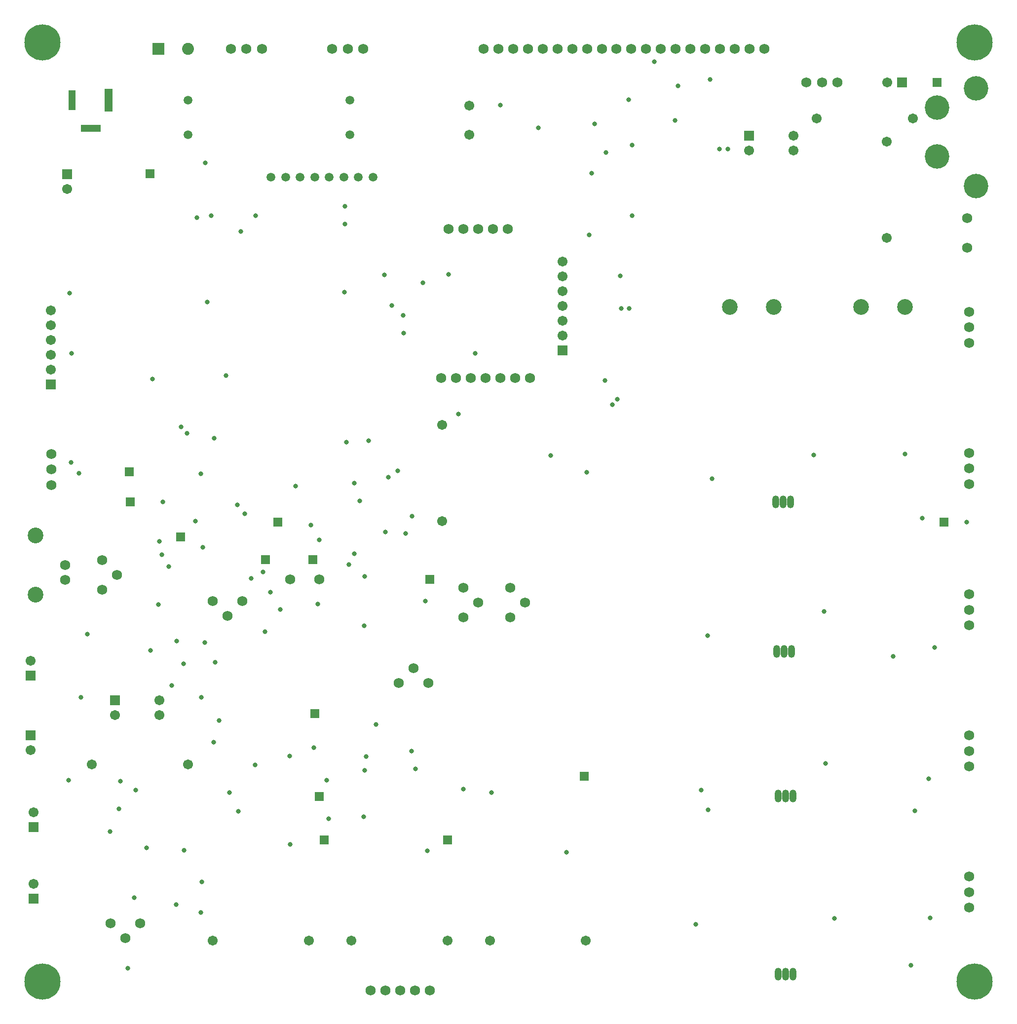
<source format=gbs>
G04*
G04 #@! TF.GenerationSoftware,Altium Limited,Altium Designer,21.6.1 (37)*
G04*
G04 Layer_Color=16711935*
%FSLAX25Y25*%
%MOIN*%
G70*
G04*
G04 #@! TF.SameCoordinates,2CCEC8D5-DFE6-49CD-9DF0-9BB73A36F05B*
G04*
G04*
G04 #@! TF.FilePolarity,Negative*
G04*
G01*
G75*
%ADD44C,0.24422*%
%ADD45C,0.16548*%
%ADD46C,0.06800*%
%ADD47C,0.05918*%
%ADD48C,0.10642*%
%ADD49C,0.06706*%
%ADD50R,0.13398X0.04737*%
%ADD51R,0.05524X0.15367*%
%ADD52R,0.04737X0.13398*%
%ADD53R,0.06194X0.06194*%
%ADD54R,0.06706X0.06706*%
%ADD55R,0.06706X0.06706*%
%ADD56O,0.04737X0.08674*%
%ADD57O,0.04737X0.08674*%
%ADD58R,0.08083X0.08083*%
%ADD59C,0.08083*%
%ADD60C,0.03162*%
D44*
X19685Y653937D02*
D03*
Y19685D02*
D03*
X649606D02*
D03*
Y653937D02*
D03*
D45*
X650591Y556973D02*
D03*
Y622905D02*
D03*
X624016Y609842D02*
D03*
Y577165D02*
D03*
D46*
X644291Y535433D02*
D03*
Y515433D02*
D03*
X294000Y528000D02*
D03*
X304000D02*
D03*
X314000D02*
D03*
X324000D02*
D03*
X334000D02*
D03*
X289079Y427400D02*
D03*
X299079Y427402D02*
D03*
X309079D02*
D03*
X319079D02*
D03*
X329079D02*
D03*
X339079D02*
D03*
X349079D02*
D03*
X187008Y291339D02*
D03*
X206693D02*
D03*
X507295Y649586D02*
D03*
X497295D02*
D03*
X487295D02*
D03*
X477295D02*
D03*
X467295D02*
D03*
X457610D02*
D03*
X447610D02*
D03*
X437610D02*
D03*
X427610D02*
D03*
X417610D02*
D03*
X407610D02*
D03*
X397767D02*
D03*
X387925D02*
D03*
X377925D02*
D03*
X367925D02*
D03*
X357925D02*
D03*
X347925D02*
D03*
X337925D02*
D03*
X327925D02*
D03*
X317925D02*
D03*
X35039Y290945D02*
D03*
Y300945D02*
D03*
X75945Y49055D02*
D03*
X85945Y59055D02*
D03*
X65945D02*
D03*
X70039Y294449D02*
D03*
X60039Y304449D02*
D03*
Y284449D02*
D03*
X270512Y231457D02*
D03*
X260512Y221457D02*
D03*
X280512D02*
D03*
X144843Y266575D02*
D03*
X154842Y276575D02*
D03*
X134843D02*
D03*
X314134Y275748D02*
D03*
X304134Y285748D02*
D03*
Y265748D02*
D03*
X345630Y275748D02*
D03*
X335630Y285748D02*
D03*
Y265748D02*
D03*
X281496Y13780D02*
D03*
X271496D02*
D03*
X261496D02*
D03*
X251496D02*
D03*
X241496D02*
D03*
X556772Y627165D02*
D03*
X535827D02*
D03*
X546299D02*
D03*
X645669Y355728D02*
D03*
Y376673D02*
D03*
Y366201D02*
D03*
Y260354D02*
D03*
Y281299D02*
D03*
Y270827D02*
D03*
Y164980D02*
D03*
Y185925D02*
D03*
Y175453D02*
D03*
X167953Y649606D02*
D03*
X147008D02*
D03*
X157480D02*
D03*
X236496D02*
D03*
X215551D02*
D03*
X226024D02*
D03*
X645669Y451102D02*
D03*
Y472047D02*
D03*
Y461575D02*
D03*
X25643Y375984D02*
D03*
Y355039D02*
D03*
Y365512D02*
D03*
X645669Y69606D02*
D03*
Y90551D02*
D03*
Y80079D02*
D03*
D47*
X233268Y562992D02*
D03*
X223425D02*
D03*
X213583D02*
D03*
X203740D02*
D03*
X193898D02*
D03*
X184055D02*
D03*
X174213D02*
D03*
X243110D02*
D03*
X118110Y591535D02*
D03*
Y615158D02*
D03*
X227362Y591535D02*
D03*
Y615158D02*
D03*
D48*
X484252Y475394D02*
D03*
X602362D02*
D03*
X513779D02*
D03*
X572835D02*
D03*
X15039Y280945D02*
D03*
Y320945D02*
D03*
D49*
X118012Y166339D02*
D03*
X53150D02*
D03*
X607776Y602756D02*
D03*
X542913D02*
D03*
X228445Y47244D02*
D03*
X293307D02*
D03*
X134941D02*
D03*
X199803D02*
D03*
X321949D02*
D03*
X386811D02*
D03*
X590158Y586910D02*
D03*
Y522047D02*
D03*
X289882Y330649D02*
D03*
Y395512D02*
D03*
X308268Y611221D02*
D03*
Y591535D02*
D03*
X13780Y85787D02*
D03*
Y134016D02*
D03*
X11811Y236378D02*
D03*
Y176024D02*
D03*
X590551Y627165D02*
D03*
X36417Y555118D02*
D03*
X527000Y591000D02*
D03*
Y581000D02*
D03*
X497000D02*
D03*
X68661Y199724D02*
D03*
X98661D02*
D03*
Y209724D02*
D03*
X371063Y465866D02*
D03*
Y455866D02*
D03*
Y475866D02*
D03*
Y485866D02*
D03*
Y495866D02*
D03*
Y505866D02*
D03*
X25397Y452913D02*
D03*
Y462913D02*
D03*
Y472913D02*
D03*
Y432913D02*
D03*
Y442913D02*
D03*
D50*
X52559Y596063D02*
D03*
D51*
X64370Y614961D02*
D03*
D52*
X39764D02*
D03*
D53*
X624016Y627165D02*
D03*
X203937Y200787D02*
D03*
X79134Y343701D02*
D03*
X628740Y329921D02*
D03*
X293307Y115354D02*
D03*
X78586Y363946D02*
D03*
X202362Y304724D02*
D03*
X92520Y565354D02*
D03*
X178740Y329921D02*
D03*
X210236Y115354D02*
D03*
X170472Y304724D02*
D03*
X281496Y291339D02*
D03*
X113189Y319882D02*
D03*
X206693Y144685D02*
D03*
X385827Y158465D02*
D03*
D54*
X13780Y75787D02*
D03*
Y124016D02*
D03*
X11811Y226378D02*
D03*
Y186024D02*
D03*
X36417Y565118D02*
D03*
X371063Y445866D02*
D03*
X25397Y422913D02*
D03*
D55*
X600551Y627165D02*
D03*
X497000Y591000D02*
D03*
X68661Y209724D02*
D03*
D56*
X515079Y343701D02*
D03*
X525079D02*
D03*
X516653Y144877D02*
D03*
X526653D02*
D03*
X515866Y242520D02*
D03*
X525866D02*
D03*
X516653Y24803D02*
D03*
X526653D02*
D03*
D57*
X520079Y343701D02*
D03*
X521654Y144877D02*
D03*
X520866Y242520D02*
D03*
X521654Y24803D02*
D03*
D58*
X98110Y649606D02*
D03*
D59*
X118110D02*
D03*
D60*
X416142Y474409D02*
D03*
X45866Y211614D02*
D03*
X50000Y254331D02*
D03*
X82874Y149114D02*
D03*
X71358Y136319D02*
D03*
X81693Y76279D02*
D03*
X65551Y120965D02*
D03*
X90158Y109843D02*
D03*
X72441Y155118D02*
D03*
X77362Y28642D02*
D03*
X127953Y312992D02*
D03*
X98819Y316929D02*
D03*
X105020Y299902D02*
D03*
X100394Y308071D02*
D03*
X110039Y71752D02*
D03*
X135531Y181299D02*
D03*
X127559Y87008D02*
D03*
X146161Y147343D02*
D03*
X151969Y134646D02*
D03*
X126673Y66240D02*
D03*
X115354Y108268D02*
D03*
X153937Y526378D02*
D03*
X133760Y536909D02*
D03*
X124016Y535827D02*
D03*
X37402Y155512D02*
D03*
X106988Y219587D02*
D03*
X110433Y249606D02*
D03*
X92618Y243504D02*
D03*
X136319Y235236D02*
D03*
X129528Y248524D02*
D03*
X126969Y211713D02*
D03*
X115157Y234252D02*
D03*
X139189Y196063D02*
D03*
X98047Y274311D02*
D03*
X123031Y330709D02*
D03*
X44488Y362992D02*
D03*
X101208Y343674D02*
D03*
X135827Y386811D02*
D03*
X126772Y362598D02*
D03*
X117323Y390158D02*
D03*
X113386Y394488D02*
D03*
X38976Y370472D02*
D03*
X156496Y335630D02*
D03*
X151575Y341535D02*
D03*
X38189Y484646D02*
D03*
X94095Y426772D02*
D03*
X143701Y429134D02*
D03*
X131102Y478740D02*
D03*
X39370Y444095D02*
D03*
X163386Y166142D02*
D03*
X160630Y292126D02*
D03*
X180315Y270866D02*
D03*
X173622Y282677D02*
D03*
X170276Y255906D02*
D03*
X168898Y296457D02*
D03*
X129921Y572835D02*
D03*
X390945Y565748D02*
D03*
X387438Y363555D02*
D03*
X259842Y364567D02*
D03*
X253543Y360236D02*
D03*
X363189Y375000D02*
D03*
X312008Y443898D02*
D03*
X300787Y403150D02*
D03*
X388976Y524016D02*
D03*
X276772Y491732D02*
D03*
X410630Y474409D02*
D03*
X410236Y496457D02*
D03*
X294094Y497244D02*
D03*
X304251Y149526D02*
D03*
X268996Y175394D02*
D03*
X323228Y147244D02*
D03*
X245276Y193307D02*
D03*
X271654Y163386D02*
D03*
X404724Y409449D02*
D03*
X408268Y412992D02*
D03*
X399787Y425527D02*
D03*
X269291Y333858D02*
D03*
X278543Y276575D02*
D03*
X264961Y322457D02*
D03*
X251575Y323228D02*
D03*
X224016Y543307D02*
D03*
X255906Y476378D02*
D03*
X250787Y496850D02*
D03*
X263386Y469685D02*
D03*
X224016Y531496D02*
D03*
X163779Y537008D02*
D03*
X263779Y457677D02*
D03*
X223622Y485433D02*
D03*
X240158Y385039D02*
D03*
X236614Y131102D02*
D03*
X230315Y308661D02*
D03*
X226772Y301181D02*
D03*
X238583Y171653D02*
D03*
X237402Y162205D02*
D03*
X225197Y383858D02*
D03*
X237402Y293307D02*
D03*
X237008Y259842D02*
D03*
X234252Y344488D02*
D03*
X230315Y356299D02*
D03*
X213189Y129823D02*
D03*
X211811Y155512D02*
D03*
X190945Y354331D02*
D03*
X206693Y317913D02*
D03*
X205906Y274803D02*
D03*
X201181Y327953D02*
D03*
X186614Y172047D02*
D03*
X203150Y177657D02*
D03*
X187008Y112205D02*
D03*
X279921Y107874D02*
D03*
X373622Y107087D02*
D03*
X477165Y581890D02*
D03*
X482677D02*
D03*
X470882Y629134D02*
D03*
X449185Y624830D02*
D03*
X447244Y601181D02*
D03*
X392644Y598943D02*
D03*
X354724Y596457D02*
D03*
X329134Y611811D02*
D03*
X554724Y62205D02*
D03*
X614173Y332677D02*
D03*
X602362Y375984D02*
D03*
X540945Y375197D02*
D03*
X609252Y134843D02*
D03*
X606299Y30512D02*
D03*
X461122Y58366D02*
D03*
X400394Y579528D02*
D03*
X415748Y615354D02*
D03*
X433071Y640945D02*
D03*
X418110Y584646D02*
D03*
Y537008D02*
D03*
X471949Y359350D02*
D03*
X464764Y149114D02*
D03*
X469488Y135827D02*
D03*
X468996Y253445D02*
D03*
X548819Y166929D02*
D03*
X644095Y329921D02*
D03*
X618504Y156693D02*
D03*
X619291Y62598D02*
D03*
X622441Y245276D02*
D03*
X547638Y269685D02*
D03*
X594488Y239173D02*
D03*
M02*

</source>
